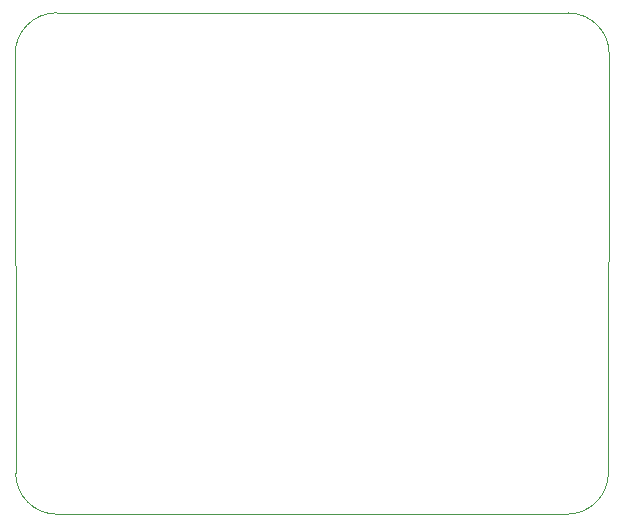
<source format=gbr>
%TF.GenerationSoftware,KiCad,Pcbnew,9.0.3*%
%TF.CreationDate,2025-09-29T14:44:44+08:00*%
%TF.ProjectId,Final Design,46696e61-6c20-4446-9573-69676e2e6b69,rev?*%
%TF.SameCoordinates,Original*%
%TF.FileFunction,Profile,NP*%
%FSLAX46Y46*%
G04 Gerber Fmt 4.6, Leading zero omitted, Abs format (unit mm)*
G04 Created by KiCad (PCBNEW 9.0.3) date 2025-09-29 14:44:44*
%MOMM*%
%LPD*%
G01*
G04 APERTURE LIST*
%TA.AperFunction,Profile*%
%ADD10C,0.050000*%
%TD*%
G04 APERTURE END LIST*
D10*
X76539285Y-75456444D02*
X76500000Y-40000000D01*
X123315079Y-36515095D02*
G75*
G02*
X126800005Y-40000000I21J-3484905D01*
G01*
X126725126Y-75450126D02*
G75*
G02*
X123225126Y-78950126I-3500026J26D01*
G01*
X76500000Y-40000000D02*
G75*
G02*
X80000000Y-36500000I3500000J0D01*
G01*
X80024206Y-78950126D02*
G75*
G02*
X76539274Y-75465221I-6J3484926D01*
G01*
X80000000Y-36500000D02*
X123315100Y-36515095D01*
X126800000Y-40005903D02*
X126725125Y-75450126D01*
X123225126Y-78950126D02*
X80024206Y-78950126D01*
M02*

</source>
